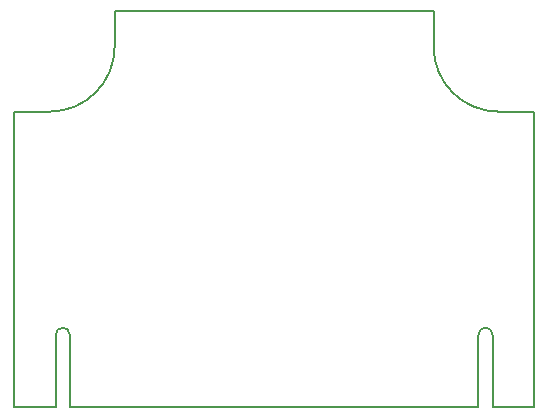
<source format=gm1>
G04 #@! TF.GenerationSoftware,KiCad,Pcbnew,(6.0.9)*
G04 #@! TF.CreationDate,2022-11-24T22:46:59+01:00*
G04 #@! TF.ProjectId,telinksensor-hw,74656c69-6e6b-4736-956e-736f722d6877,rev?*
G04 #@! TF.SameCoordinates,Original*
G04 #@! TF.FileFunction,Profile,NP*
%FSLAX46Y46*%
G04 Gerber Fmt 4.6, Leading zero omitted, Abs format (unit mm)*
G04 Created by KiCad (PCBNEW (6.0.9)) date 2022-11-24 22:46:59*
%MOMM*%
%LPD*%
G01*
G04 APERTURE LIST*
G04 #@! TA.AperFunction,Profile*
%ADD10C,0.200000*%
G04 #@! TD*
G04 APERTURE END LIST*
D10*
X152400000Y-83500000D02*
X152400000Y-86500000D01*
X148600000Y-117000000D02*
X183200000Y-117000000D01*
X187900000Y-117000000D02*
X184400000Y-117000000D01*
X146900000Y-92000000D02*
X143900000Y-92000000D01*
X187900000Y-92000000D02*
X184900000Y-92000000D01*
X183200000Y-117000000D02*
X183200000Y-110900000D01*
X179400000Y-86500000D02*
G75*
G03*
X184900000Y-92000000I5500000J0D01*
G01*
X184400000Y-110900000D02*
G75*
G03*
X183200000Y-110900000I-600000J0D01*
G01*
X147400000Y-117000000D02*
X143900000Y-117000000D01*
X187900000Y-92000000D02*
X187900000Y-117000000D01*
X143900000Y-92000000D02*
X143900000Y-117000000D01*
X147400000Y-110900000D02*
X147400000Y-117000000D01*
X184400000Y-117000000D02*
X184400000Y-110900000D01*
X179400000Y-86500000D02*
X179400000Y-83500000D01*
X148600000Y-110900000D02*
X148600000Y-117000000D01*
X146900000Y-92000000D02*
G75*
G03*
X152400000Y-86500000I0J5500000D01*
G01*
X179400000Y-83500000D02*
X152400000Y-83500000D01*
X148600000Y-110900000D02*
G75*
G03*
X147400000Y-110900000I-600000J0D01*
G01*
M02*

</source>
